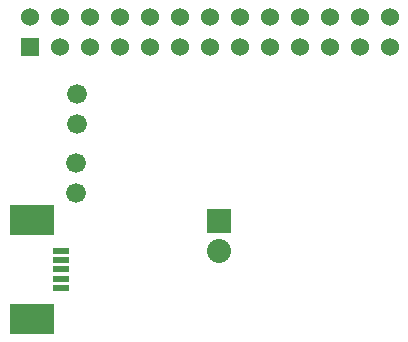
<source format=gbs>
G04 #@! TF.FileFunction,Soldermask,Bot*
%FSLAX46Y46*%
G04 Gerber Fmt 4.6, Leading zero omitted, Abs format (unit mm)*
G04 Created by KiCad (PCBNEW 4.0.1-stable) date 7/29/2016 10:40:56 AM*
%MOMM*%
G01*
G04 APERTURE LIST*
%ADD10C,0.150000*%
%ADD11R,1.524000X1.524000*%
%ADD12C,1.524000*%
%ADD13C,1.676400*%
%ADD14R,2.032000X2.032000*%
%ADD15O,2.032000X2.032000*%
%ADD16R,3.799840X2.499360*%
%ADD17R,1.399540X0.500380*%
G04 APERTURE END LIST*
D10*
D11*
X139905000Y-77445000D03*
D12*
X139905000Y-74905000D03*
X142445000Y-77445000D03*
X142445000Y-74905000D03*
X144985000Y-77445000D03*
X144985000Y-74905000D03*
X147525000Y-77445000D03*
X147525000Y-74905000D03*
X150065000Y-77445000D03*
X150065000Y-74905000D03*
X152605000Y-77445000D03*
X152605000Y-74905000D03*
X155145000Y-77445000D03*
X155145000Y-74905000D03*
X157685000Y-77445000D03*
X157685000Y-74905000D03*
X160225000Y-77445000D03*
X160225000Y-74905000D03*
X162765000Y-77445000D03*
X162765000Y-74905000D03*
X165305000Y-77445000D03*
X165305000Y-74905000D03*
X167845000Y-77445000D03*
X167845000Y-74905000D03*
X170385000Y-77445000D03*
X170385000Y-74905000D03*
D13*
X143842000Y-87224000D03*
X143842000Y-89764000D03*
X143880000Y-81380000D03*
X143880000Y-83920000D03*
D14*
X155956000Y-92202000D03*
D15*
X155956000Y-94742000D03*
D16*
X140098780Y-92064840D03*
X140098780Y-100467160D03*
D17*
X142499080Y-94665800D03*
X142499080Y-95465900D03*
X142499080Y-97866200D03*
X142499080Y-97066100D03*
X142499080Y-96266000D03*
M02*

</source>
